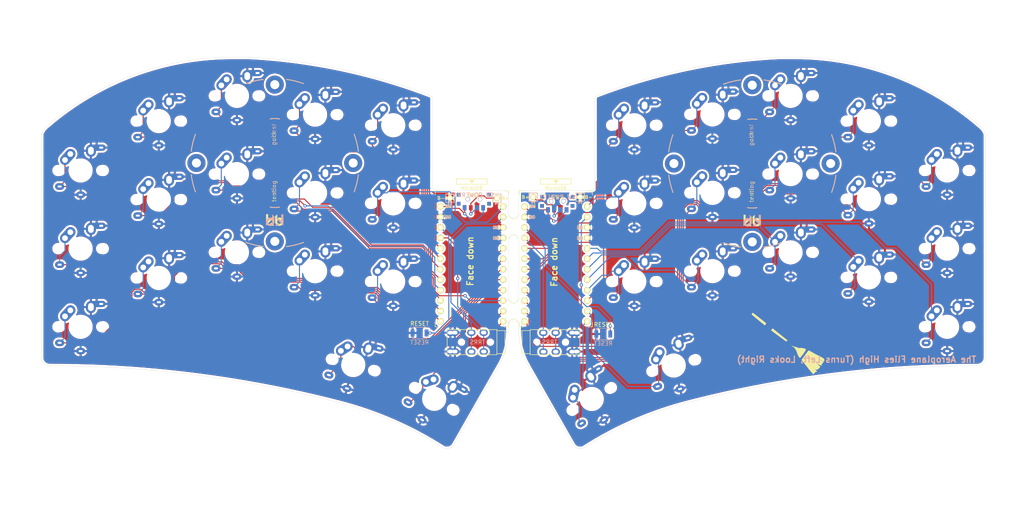
<source format=kicad_pcb>
(kicad_pcb (version 20211014) (generator pcbnew)
  (layers (0 "F.Cu" signal) (31 "B.Cu" signal) (34 "B.Paste" user) (35 "F.Paste" user) (36 "B.SilkS" user "B.Silkscreen") (37 "F.SilkS" user "F.Silkscreen") (38 "B.Mask" user) (39 "F.Mask" user) (44 "Edge.Cuts" user))
  (net 0 "")
  (net 1 "BT+")
  (net 2 "gnd")
  (net 3 "vcc")
  (net 4 "Switch18")
  (net 5 "reset")
  (net 6 "Switch1")
  (net 7 "Switch2")
  (net 8 "Switch3")
  (net 9 "Switch4")
  (net 10 "Switch5")
  (net 11 "Switch6")
  (net 12 "Switch7")
  (net 13 "Switch8")
  (net 14 "Switch9")
  (net 15 "Switch10")
  (net 16 "Switch11")
  (net 17 "Switch12")
  (net 18 "Switch13")
  (net 19 "Switch14")
  (net 20 "Switch15")
  (net 21 "Switch16")
  (net 22 "Switch17")
  (net 23 "Net-(SW_POWER1-Pad1)")
  (net 24 "raw")
  (net 25 "BT+_r")
  (net 26 "Switch18_r")
  (net 27 "reset_r")
  (net 28 "Switch9_r")
  (net 29 "Switch10_r")
  (net 30 "Switch11_r")
  (net 31 "Switch12_r")
  (net 32 "Switch13_r")
  (net 33 "Switch14_r")
  (net 34 "Switch15_r")
  (net 35 "Switch16_r")
  (net 36 "Switch17_r")
  (net 37 "Switch1_r")
  (net 38 "Switch2_r")
  (net 39 "Switch3_r")
  (net 40 "Switch4_r")
  (net 41 "Switch5_r")
  (net 42 "Switch6_r")
  (net 43 "Switch7_r")
  (net 44 "Switch8_r")
  (net 45 "Net-(SW_POWERR1-Pad1)")
  (footprint "kbd:1pin_conn" (layer "F.Cu") (at 146.190005 83.736002)
    (fp_text reference "B+")
    (fp_text value "MountingHole_Pad" hide)
  )
  (footprint "kbd:1pin_conn" (layer "F.Cu") (at 134.760005 83.736002)
    (fp_text reference "B-")
    (fp_text value "MountingHole_Pad" hide)
  )
  (footprint "* duckyb-collection:keyswitch_cherrymx_alps_choc12_slots_1u" (layer "F.Cu") (at 45 77)
    (fp_text reference "SW2" hide)
    (fp_text value "SW_Push" hide)
  )
  (footprint "* duckyb-collection:keyswitch_cherrymx_alps_choc12_slots_1u" (layer "F.Cu") (at 64 65)
    (fp_text reference "SW3" hide)
    (fp_text value "SW_Push" hide)
  )
  (footprint "* duckyb-collection:keyswitch_cherrymx_alps_choc12_slots_1u" (layer "F.Cu") (at 83 58.86)
    (fp_text reference "SW4" hide)
    (fp_text value "SW_Push" hide)
  )
  (footprint "* duckyb-collection:keyswitch_cherrymx_alps_choc12_slots_1u" (layer "F.Cu") (at 101.994 63.432)
    (fp_text reference "SW5" hide)
    (fp_text value "SW_Push" hide)
  )
  (footprint "* duckyb-collection:keyswitch_cherrymx_alps_choc12_slots_1u" (layer "F.Cu") (at 121 66)
    (fp_text reference "SW6" hide)
    (fp_text value "SW_Push" hide)
  )
  (footprint "* duckyb-collection:keyswitch_cherrymx_alps_choc12_slots_1u" (layer "F.Cu") (at 45 96)
    (fp_text reference "SW8" hide)
    (fp_text value "SW_Push" hide)
  )
  (footprint "* duckyb-collection:keyswitch_cherrymx_alps_choc12_slots_1u" (layer "F.Cu") (at 64 84.074)
    (fp_text reference "SW9" hide)
    (fp_text value "SW_Push" hide)
  )
  (footprint "* duckyb-collection:keyswitch_cherrymx_alps_choc12_slots_1u" (layer "F.Cu") (at 83 77.878)
    (fp_text reference "SW10" hide)
    (fp_text value "SW_Push" hide)
  )
  (footprint "* duckyb-collection:keyswitch_cherrymx_alps_choc12_slots_1u" (layer "F.Cu") (at 102 82.45)
    (fp_text reference "SW11" hide)
    (fp_text value "SW_Push" hide)
  )
  (footprint "* duckyb-collection:keyswitch_cherrymx_alps_choc12_slots_1u" (layer "F.Cu") (at 120.98 84.99)
    (fp_text reference "SW12" hide)
    (fp_text value "SW_Push" hide)
  )
  (footprint "* duckyb-collection:keyswitch_cherrymx_alps_choc12_slots_1u" (layer "F.Cu") (at 45 115)
    (fp_text reference "SW14" hide)
    (fp_text value "SW_Push" hide)
  )
  (footprint "* duckyb-collection:keyswitch_cherrymx_alps_choc12_slots_1u" (layer "F.Cu") (at 64.008 103.124)
    (fp_text reference "SW15" hide)
    (fp_text value "SW_Push" hide)
  )
  (footprint "* duckyb-collection:keyswitch_cherrymx_alps_choc12_slots_1u" (layer "F.Cu") (at 83 96.896)
    (fp_text reference "SW16" hide)
    (fp_text value "SW_Push" hide)
  )
  (footprint "* duckyb-collection:keyswitch_cherrymx_alps_choc12_slots_1u" (layer "F.Cu") (at 102 101.468)
    (fp_text reference "SW17" hide)
    (fp_text value "SW_Push" hide)
  )
  (footprint "* duckyb-collection:keyswitch_cherrymx_alps_choc12_slots_1u" (layer "F.Cu") (at 130.95 132.504 -30)
    (fp_text reference "SW20" hide)
    (fp_text value "SW_Push" hide)
  )
  (footprint "* duckyb-collection:keyswitch_cherrymx_alps_choc12_slots_1u" (layer "F.Cu") (at 111.272 124.288 -15)
    (fp_text reference "SW21" hide)
    (fp_text value "SW_Push" hide)
  )
  (footprint "kbd:Tenting_Puck2" (layer "F.Cu") (at 92.202 75.184)
    (fp_text reference "REF**")
    (fp_text value "Tenting Puck")
  )
  (footprint "Kailh:SPDT_C128955r" (layer "F.Cu") (at 140.602 83.99)
    (fp_text reference "SW2")
    (fp_text value "SW_SPDT")
  )
  (footprint "kbd:SW_SPST_B3U-1000P" (layer "F.Cu") (at 127.394 116.502)
    (fp_text reference "RSW1" hide)
    (fp_text value "SW_Push")
  )
  (footprint "* duckyb-collection:keyswitch_cherrymx_alps_choc12_slots_1u" (layer "F.Cu") (at 120.98 104.008)
    (fp_text reference "SW18" hide)
    (fp_text value "SW_Push" hide)
  )
  (footprint "kbd:ProMicro_v3_min" (layer "F.Cu") (at 140.094 100.246)
    (fp_text reference "U1" hide)
    (fp_text value "ProMicro-kbd" hide)
  )
  (footprint "kbd:1pin_conn" (layer "F.Cu") (at 166.45984 83.482002)
    (fp_text reference "B-")
    (fp_text value "MountingHole_Pad" hide)
  )
  (footprint "kbd:SW_SPST_B3U-1000P" (layer "F.Cu") (at 172.04784 116.756)
    (fp_text reference "RSW2" hide)
    (fp_text value "SW_Push")
  )
  (footprint "kbd:1pin_conn" (layer "F.Cu") (at 155.02984 83.482002)
    (fp_text reference "B+")
    (fp_text value "MountingHole_Pad" hide)
  )
  (footprint "kbd:Tenting_Puck2" (layer "F.Cu") (at 208.26984 75.311)
    (fp_text reference "REF**")
    (fp_text value "Tenting Puck")
  )
  (footprint "Kailh:ferris_broom" (layer "F.Cu") (at 215.84984 118.872 7)
    (fp_text reference "G***" hide)
    (fp_text value "LOGO" hide)
  )
  (footprint "Kailh:SPDT_C128955r" (layer "F.Cu") (at 160.87184 84.498)
    (fp_text reference "SW2")
    (fp_text value "SW_SPDT")
  )
  (footprint "Kailh:TRRS-PJ-DPB2" (layer "F.Cu") (at 154.26784 118.734 90)
    (fp_text reference "J1")
    (fp_text value "AudioJack4dpb" hide)
  )
  (footprint "* duckyb-collection:keyswitch_cherrymx_alps_choc12_slots_1u" (layer "F.Cu") (at 198.58584 82.418)
    (fp_text reference "SW11_r1" hide)
    (fp_text value "SW_Push" hide)
  )
  (footprint "* duckyb-collection:keyswitch_cherrymx_alps_choc12_slots_1u" (layer "F.Cu") (at 255.63184 115)
    (fp_text reference "SW13_r1" hide)
    (fp_text value "SW_Push" hide)
  )
  (footprint "* duckyb-collection:keyswitch_cherrymx_alps_choc12_slots_1u" (layer "F.Cu") (at 217.58784 96.896)
    (fp_text reference "SW15_r1" hide)
    (fp_text value "SW_Push" hide)
  )
  (footprint "* duckyb-collection:keyswitch_cherrymx_alps_choc12_slots_1u" (layer "F.Cu") (at 198.58584 101.468)
    (fp_text reference "SW16_r1" hide)
    (fp_text value "SW_Push" hide)
  )
  (footprint "* duckyb-collection:keyswitch_cherrymx_alps_choc12_slots_1u" (layer "F.Cu") (at 198.58584 63.368)
    (fp_text reference "SW5_r1" hide)
    (fp_text value "SW_Push" hide)
  )
  (footprint "* duckyb-collection:keyswitch_cherrymx_alps_choc12_slots_1u" (layer "F.Cu") (at 236.61384 65)
    (fp_text reference "SW3_r1" hide)
    (fp_text value "SW_Push" hide)
  )
  (footprint "* duckyb-collection:keyswitch_cherrymx_alps_choc12_slots_1u" (layer "F.Cu") (at 217.58784 58.86)
    (fp_text reference "SW4_r1" hide)
    (fp_text value "SW_Push" hide)
  )
  (footprint "* duckyb-collection:keyswitch_cherrymx_alps_choc12_slots_1u" (layer "F.Cu") (at 236.61384 83.974)
    (fp_text reference "SW8_r1" hide)
    (fp_text value "SW_Push" hide)
  )
  (footprint "* duckyb-collection:keyswitch_cherrymx_alps_choc12_slots_1u" (layer "F.Cu") (at 217.58784 77.878)
    (fp_text reference "SW9_r1" hide)
    (fp_text value "SW_Push" hide)
  )
  (footprint "* duckyb-collection:keyswitch_cherrymx_alps_choc12_slots_1u" (layer "F.Cu") (at 236.61384 102.992)
    (fp_text reference "SW18_r1" hide)
    (fp_text value "SW_Push" hide)
  )
  (footprint "* duckyb-collection:keyswitch_cherrymx_alps_choc12_slots_1u" (layer "F.Cu") (at 179.58584 84.99)
    (fp_text reference "SW12_r1" hide)
    (fp_text value "SW_Push" hide)
  )
  (footprint "* duckyb-collection:keyswitch_cherrymx_alps_choc12_slots_1u" (layer "F.Cu") (at 255.63184 96)
    (fp_text reference "SW7_r1" hide)
    (fp_text value "SW_Push" hide)
  )
  (footprint "* duckyb-collection:keyswitch_cherrymx_alps_choc12_slots_1u" (layer "F.Cu") (at 255.63184 77)
    (fp_text reference "SW2_r1" hide)
    (fp_text value "SW_Push" hide)
  )
  (footprint "* duckyb-collection:keyswitch_cherrymx_alps_choc12_slots_1u" (layer "F.Cu") (at 179.58584 66)
    (fp_text reference "SW6_r1" hide)
    (fp_text value "SW_Push" hide)
  )
  (footprint "* duckyb-collection:keyswitch_cherrymx_alps_choc12_slots_1u" (layer "F.Cu") (at 169.251 132.542 30)
    (fp_text reference "SW20_r1" hide)
    (fp_text value "SW_Push" hide)
  )
  (footprint "* duckyb-collection:keyswitch_cherrymx_alps_choc12_slots_1u" (layer "F.Cu") (at 179.58584 104.008)
    (fp_text reference "SW17_r1" hide)
    (fp_text value "SW_Push" hide)
  )
  (footprint "* duckyb-collection:keyswitch_cherrymx_alps_choc12_slots_1u" (layer "F.Cu") (at 189.17984 124.41 15)
    (fp_text reference "SW21_r1" hide)
    (fp_text value "SW_Push" hide)
  )
  (footprint "kbd:ProMicro_v3_min" (layer "F.Cu") (at 160.51784 100.246)
    (fp_text reference "U2" hide)
    (fp_text value "ProMicro-kbd" hide)
  )
  (footprint "Duckyb-Parts:mouse-bite-5mm-slot-with-space-for-track" (layer "F.Cu") (at 150.241 90.678)
    (fp_text reference "mouse-bite-5mm-slot" hide)
    (fp_text value "VAL**" hide)
  )
  (footprint "Duckyb-Parts:mouse-bite-5mm-slot-with-space-for-track" (layer "F.Cu") (at 150.241 111.1885)
    (fp_text reference "mouse-bite-5mm-slot" hide)
    (fp_text value "VAL**" hide)
  )
  (footprint "Kailh:TRRS-PJ-DPB2" (layer "F.Cu") (at 146.19 118.734 -90)
    (fp_text reference "J2")
    (fp_text value "AudioJack4dpb" hide)
  )
  (footprint "Kailh:SPDT_C128955" (layer "B.Cu") (at 140.602 83.99 180)
    (fp_text reference "SW_POWERR1")
    (fp_text value "SW_SPDT")
  )
  (footprint "kbd:SW_SPST_B3U-1000P" (layer "B.Cu") (at 127.394 116.502)
    (fp_text reference "RSW1" hide)
    (fp_text value "SW_Push")
  )
  (footprint "Kailh:SPDT_C128955" (layer "B.Cu") (at 160.87184 84.498 180)
    (fp_text reference "SW_POWER1")
    (fp_text value "SW_SPDT")
  )
  (footprint "kbd:SW_SPST_B3U-1000P" (layer "B.Cu") (at 172.04784 116.756)
    (fp_text reference "RSW2" hide)
    (fp_text value "SW_Push")
  )
  (gr_arc (start 148.162 81.866) (mid 148.69233 82.08567) (end 148.912 82.616) (layer "Edge.Cuts") (width 0.05))
  (gr_line (start 148.912 93.218) (end 148.912 101.262) (layer "Edge.Cuts") (width 0.05))
  (gr_line (start 131.458 81.868917) (end 148.162 81.866) (layer "Edge.Cuts") (width 0.05))
  (gr_line (start 147.161679 123.613657) (end 135.71 143.699265) (layer "Edge.Cuts") (width 0.05))
  (gr_arc (start 148.924 116.248) (mid 148.462831 120.031316) (end 147.161679 123.613657) (layer "Edge.Cuts") (width 0.05))
  (gr_line (start 148.912 82.616) (end 148.924 88.11) (layer "Edge.Cuts") (width 0.05))
  (gr_line (start 149.2885 88.11) (end 148.924 88.11) (layer "Edge.Cuts") (width 0.05))
  (gr_line (start 149.2885 93.218) (end 148.912 93.218) (layer "Edge.Cuts") (width 0.05))
  (gr_line (start 149.2885 108.628) (end 148.924 108.628) (layer "Edge.Cuts") (width 0.05))
  (gr_line (start 149.2885 113.7285) (end 148.912 113.7285) (layer "Edge.Cuts") (width 0.05))
  (gr_line (start 148.912 101.262) (end 148.924 108.628) (layer "Edge.Cuts") (width 0.05))
  (gr_line (start 148.912 113.7285) (end 148.924 116.248) (layer "Edge.Cuts") (width 0.05))
  (gr_arc (start 131.458 81.868917) (mid 130.750893 81.576024) (end 130.458 80.868917) (layer "Edge.Cuts") (width 0.05))
  (gr_line (start 130.458 80.868917) (end 130.463 59.473) (layer "Edge.Cuts") (width 0.05))
  (gr_arc (start 35.465859 68.23732) (mid 36.022742 67.119147) (end 36.893 66.223) (layer "Edge.Cuts") (width 0.05))
  (gr_arc (start 85.843227 49.463504) (mid 108.303644 52.385453) (end 130.028245 58.79247) (layer "Edge.Cuts") (width 0.05))
  (gr_line (start 37.768 124.474571) (end 37.493002 124.473917) (layer "Edge.Cuts") (width 0.05))
  (gr_arc (start 107.797707 133.384137) (mid 120.821222 137.841207) (end 132.978 144.298) (layer "Edge.Cuts") (width 0.05))
  (gr_arc (start 37.768 124.474571) (mid 73.062876 126.72836) (end 107.797707 133.384137) (layer "Edge.Cuts") (width 0.05))
  (gr_arc (start 37.493002 124.473917) (mid 36.080534 123.924716) (end 35.458001 122.542999) (layer "Edge.Cuts") (width 0.05))
  (gr_arc (start 135.71 143.699265) (mid 134.468995 144.56898) (end 132.978 144.298) (layer "Edge.Cuts") (width 0.05))
  (gr_arc (start 130.028245 58.79247) (mid 130.345034 59.069226) (end 130.463 59.473) (layer "Edge.Cuts") (width 0.05))
  (gr_line (start 35.465859 68.23732) (end 35.458001 122.542999) (layer "Edge.Cuts") (width 0.05))
  (gr_line (start 85.843227 49.463504) (end 81.868 49.468) (layer "Edge.Cuts") (width 0.05))
  (gr_arc (start 36.893 66.223) (mid 57.870705 53.792798) (end 81.868 49.468) (layer "Edge.Cuts") (width 0.05))
  (gr_line (start 168.99984 81.868917) (end 152.29584 81.866) (layer "Edge.Cuts") (width 0.05))
  (gr_line (start 151.54584 113.7285) (end 151.53384 116.248) (layer "Edge.Cuts") (width 0.05))
  (gr_line (start 153.280536 123.57215) (end 164.74784 143.699265) (layer "Edge.Cuts") (width 0.05))
  (gr_line (start 264.991981 68.23732) (end 264.999839 122.542999) (layer "Edge.Cuts") (width 0.05))
  (gr_line (start 214.614716 49.465561) (end 218.58984 49.468) (layer "Edge.Cuts") (width 0.05))
  (gr_line (start 151.54584 101.262) (end 151.53384 108.628) (layer "Edge.Cuts") (width 0.05))
  (gr_arc (start 151.54584 82.616) (mid 151.76551 82.08567) (end 152.29584 81.866) (layer "Edge.Cuts") (width 0.05))
  (gr_line (start 151.54584 93.218) (end 151.54584 101.262) (layer "Edge.Cuts") (width 0.05))
  (gr_arc (start 167.47984 144.298) (mid 179.636498 137.840747) (end 192.659669 133.38233) (layer "Edge.Cuts") (width 0.05))
  (gr_arc (start 218.58984 49.468) (mid 242.587135 53.792799) (end 263.56484 66.223) (layer "Edge.Cuts") (width 0.05))
  (gr_arc (start 192.659669 133.38233) (mid 227.394847 126.727903) (end 262.68984 124.474571) (layer "Edge.Cuts") (width 0.05))
  (gr_arc (start 167.47984 144.298) (mid 165.988845 144.56898) (end 164.74784 143.699265) (layer "Edge.Cuts") (width 0.05))
  (gr_arc (start 153.280536 123.57215) (mid 151.990927 120.009347) (end 151.53384 116.248) (layer "Edge.Cuts") (width 0.05))
  (gr_line (start 151.54584 82.616) (end 151.53384 88.11) (layer "Edge.Cuts") (width 0.05))
  (gr_arc (start 169.99984 80.868917) (mid 169.706947 81.576024) (end 168.99984 81.868917) (layer "Edge.Cuts") (width 0.05))
  (gr_line (start 169.99984 80.868917) (end 169.99484 59.473) (layer "Edge.Cuts") (width 0.05))
  (gr_arc (start 263.56484 66.223) (mid 264.435098 67.119147) (end 264.991981 68.23732) (layer "Edge.Cuts") (width 0.05))
  (gr_arc (start 170.429595 58.79247) (mid 192.154223 52.385977) (end 214.614716 49.465561) (layer "Edge.Cuts") (width 0.05))
  (gr_line (start 262.68984 124.474571) (end 262.964838 124.473917) (layer "Edge.Cuts") (width 0.05))
  (gr_arc (start 264.999839 122.542999) (mid 264.377307 123.924717) (end 262.964838 124.473917) (layer "Edge.Cuts") (width 0.05))
  (gr_arc (start 169.99484 59.473) (mid 170.112806 59.069226) (end 170.429595 58.79247) (layer "Edge.Cuts") (width 0.05))
  (gr_line (start 151.53384 88.11) (end 151.1935 88.11) (layer "Edge.Cuts") (width 0.05))
  (gr_line (start 151.54584 93.218) (end 151.1935 93.218) (layer "Edge.Cuts") (width 0.05))
  (gr_arc (start 149.288501 113.7285) (mid 150.241 113.083627) (end 151.193499 113.728501) (layer "Edge.Cuts") (width 0.05))
  (gr_line (start 151.53384 108.628) (end 151.1935 108.628) (layer "Edge.Cuts") (width 0.05))
  (gr_arc (start 149.288501 93.218) (mid 150.241 92.573127) (end 151.193499 93.218001) (layer "Edge.Cuts") (width 0.05))
  (gr_line (start 151.54584 113.7285) (end 151.1935 113.7285) (layer "Edge.Cuts") (width 0.05))
  (gr_arc (start 151.193499 108.628) (mid 150.241 109.285937) (end 149.288501 108.627999) (layer "Edge.Cuts") (width 0.05))
  (gr_arc (start 151.193499 88.11) (mid 150.241 88.772807) (end 149.288501 88.109999) (layer "Edge.Cuts") (width 0.05))
  (gr_text "The Aeroplane Flies High (Turns Left, Looks Right)" (at 233.62984 122.936) (layer "B.SilkS") (effects (font (size 1.5 1.5) (thickness 0.3)) (justify mirror)))
  (gr_text "Face down" (at 160.10984 99.23 90) (layer "F.SilkS") (effects (font (size 1.5 1.5) (thickness 0.3))))
  (gr_text "Face down" (at 139.7 99.06 90) (layer "F.SilkS") (effects (font (size 1.5 1.5) (thickness 0.3))))
  (segment (start 158.381843 85.323001) (end 157.231843 84.173001) (width 0.25) (layer "F.Cu") (net 1))
  (segment (start 157.231843 84.173001) (end 155.720841 84.173001) (width 0.25) (layer "F.Cu") (net 1))
  (segment (start 155.720841 84.173001) (end 155.02984 83.482) (width 0.25) (layer "F.Cu") (net 1))
  (segment (start 160.10984 86.585) (end 160.12184 86.573) (width 0.25) (layer "F.Cu") (net 1))
  (segment (start 160.12184 85.698) (end 159.746841 85.323001) (width 0.25) (layer "F.Cu") (net 1))
  (segment (start 159.746841 85.323001) (end 158.381843 85.323001) (width 0.25) (layer "F.Cu") (net 1))
  (segment (start 160.10984 88.054) (end 160.10984 86.585) (width 0.25) (layer "F.Cu") (net 1))
  (segment (start 160.12184 86.573) (end 160.12184 85.698) (width 0.25) (layer "F.Cu") (net 1))
  (via (at 160.10984 88.054) (size 0.8) (drill 0.4) (layers "F.Cu" "B.Cu") (net 1))
  (segment (start 160.14084 88.054) (end 161.62184 86.573) (width 0.25) (layer "B.Cu") (net 1))
  (segment (start 160.10984 88.054) (end 160.14084 88.054) (width 0.25) (layer "B.Cu") (net 1))
  (segment (start 133.236 88.308) (end 132.4854 88.308) (width 0.25) (layer "B.Cu") (net 2))
  (segment (start 134.76 83.736) (end 134.76 86.784) (width 0.25) (layer "B.Cu") (net 2))
  (segment (start 134.76 86.784) (end 133.236 88.308) (width 0.25) (layer "B.Cu") (net 2))
  (segment (start 157.46784 121.044) (end 157.48784 121.064) (width 0.25) (layer "F.Cu") (net 3))
  (segment (start 132.4854 93.388) (end 134.282 93.388) (width 0.25) (layer "F.Cu") (net 3))
  (segment (start 136.652 95.758) (end 136.652 103.251) (width 0.25) (layer "F.Cu") (net 3))
  (segment (start 134.282 93.388) (end 136.652 95.758) (width 0.25) (layer "F.Cu") (net 3))
  (via (at 136.652 103.251) (size 0.8) (drill 0.4) (layers "F.Cu" "B.Cu") (net 3))
  (segment (start 157.46784 121.044) (end 157.48784 121.064) (width 0.25) (layer "B.Cu") (net 3))
  (segment (start 157.46784 116.434) (end 157.46784 121.044) (width 0.25) (layer "B.Cu") (net 3))
  (segment (start 152.90924 93.388) (end 157.46784 97.9466) (width 0.25) (layer "B.Cu") (net 3))
  (segment (start 157.46784 97.9466) (end 157.46784 116.434) (width 0.25) (layer "B.Cu") (net 3))
  (segment (start 136.652 110.086) (end 142.97 116.404) (width 0.25) (layer "B.Cu") (net 3))
  (segment (start 142.97 116.404) (end 142.97 121.014) (width 0.25) (layer "B.Cu") (net 3))
  (segment (start 142.97 121.014) (end 142.99 121.034) (width 0.25) (layer "B.Cu") (net 3))
  (segment (start 136.652 103.251) (end 136.652 110.086) (width 0.25) (layer "B.Cu") (net 3))
  (segment (start 135.014 109.083718) (end 135.014 93.642) (width 0.25) (layer "B.Cu") (net 4))
  (segment (start 139.97 121.014) (end 139.99 121.034) (width 0.25) (layer "B.Cu") (net 4))
  (segment (start 139.97 114.039718) (end 135.014 109.083718) (width 0.25) (layer "B.Cu") (net 4))
  (segment (start 146.02888 89.98452) (end 147.7054 88.308) (width 0.25) (layer "B.Cu") (net 4))
  (segment (start 139.97 116.404) (end 139.97 114.039718) (width 0.25) (layer "B.Cu") (net 4))
  (segment (start 139.97 116.404) (end 139.97 121.014) (width 0.25) (layer "B.Cu") (net 4))
  (segment (start 138.67148 89.98452) (end 146.02888 89.98452) (width 0.25) (layer "B.Cu") (net 4))
  (segment (start 135.014 93.642) (end 138.67148 89.98452) (width 0.25) (layer "B.Cu") (net 4))
  (segment (start 129.094 116.502) (end 129.934 116.502) (width 0.25) (layer "F.Cu") (net 5))
  (via (at 129.934 116.502) (size 0.8) (drill 0.4) (layers "F.Cu" "B.Cu") (net 5))
  (segment (start 129.934 116.502) (end 129.094 116.502) (width 0.25) (layer "B.Cu") (net 5))
  (segment (start 134.493 113.309162) (end 131.300162 116.502) (width 0.25) (layer "B.Cu") (net 5))
  (segment (start 131.300162 116.502) (end 129.934 116.502) (width 0.25) (layer "B.Cu") (net 5))
  (segment (start 134.493 92.8556) (end 134.493 113.309162) (width 0.25) (layer "B.Cu") (net 5))
  (segment (start 132.4854 90.848) (end 134.493 92.8556) (width 0.25) (layer "B.Cu") (net 5))
  (segment (start 125.238397 75.968037) (end 118.372399 75.968037) (width 0.25) (layer "F.Cu") (net 6))
  (segment (start 127.978962 83.349038) (end 127.978962 78.708602) (width 0.25) (layer "F.Cu") (net 6))
  (segment (start 127.978962 78.708602) (end 125.238397 75.968037) (width 0.25) (layer "F.Cu") (net 6))
  (segment (start 116.144388 73.740028) (end 114.7568 73.740028) (width 0.25) (layer "F.Cu") (net 6))
  (segment (start 131.167319 106.378681) (end 131.167319 102.866329) (width 0.25) (layer "F.Cu") (net 6))
  (segment (start 113.486798 72.470028) (end 98.868206 72.470028) (width 0.25) (layer "F.Cu") (net 6))
  (segment (start 41.2 79.6) (end 39.9 80.9) (width 0.25) (layer "F.Cu") (net 6))
  (segment (start 41.2 74.45) (end 41.2 79.6) (width 0.25) (layer "F.Cu") (net 6))
  (segment (start 131.167319 102.866329) (end 129.598359 101.297369) (width 0.25) (layer "F.Cu") (net 6))
  (segment (start 96.894196 70.49602) (end 66.91798 70.49602) (width 0.25) (layer "F.Cu") (net 6))
  (segment (start 56.514 80.9) (end 39.9 80.9) (width 0.25) (layer "F.Cu") (net 6))
  (segment (start 129.598359 85.055589) (end 127.978964 83.436194) (width 0.25) (layer "F.Cu") (net 6))
  (segment (start 129.598359 101.297369) (end 129.598359 85.055589) (width 0.25) (layer "F.Cu") (net 6))
  (segment (start 127.978964 83.436194) (end 127.978962 83.349038) (width 0.25) (layer "F.Cu") (net 6))
  (segment (start 131.167319 106.378681) (end 132.230638 107.442) (width 0.25) (layer "F.Cu") (net 6))
  (segment (start 114.7568 73.740028) (end 113.486798 72.470028) (width 0.25) (layer "F.Cu") (net 6))
  (segment (start 66.91798 70.49602) (end 56.514 80.9) (width 0.25) (layer "F.Cu") (net 6))
  (segment (start 118.372399 75.968037) (end 116.144388 73.740028) (width 0.25) (layer "F.Cu") (net 6))
  (segment (start 132.230638 107.442) (end 138.43 107.442) (width 0.25) (layer "F.Cu") (net 6))
  (segment (start 98.868206 72.470028) (end 96.894196 70.49602) (width 0.25) (layer "F.Cu") (net 6))
  (via (at 138.43 107.442) (size 0.8) (drill 0.4) (layers "F.Cu" "B.Cu") (net 6))
  (segment (start 139.616 108.628) (end 147.7054 108.628) (width 0.25) (layer "B.Cu") (net 6))
  (segment (start 138.43 107.442) (end 139.616 108.628) (width 0.25) (layer "B.Cu") (net 6))
  (segment (start 69.53801 70.04601) (end 97.080596 70.04601) (width 0.25) (layer "F.Cu") (net 7))
  (segment (start 68.392 68.9) (end 69.53801 70.04601) (width 0.25) (layer "F.Cu") (net 7))
  (segment (start 60.2 67.6) (end 58.9 68.9) (width 0.25) (layer "F.Cu") (net 7))
  (segment (start 125.424799 75.518029) (end 128.428972 78.522202) (width 0.25) (layer "F.Cu") (net 7))
  (segment (start 97.080596 70.04601) (end 99.054605 72.020019) (width 0.25) (layer "F.Cu") (net 7))
  (segment (start 128.428972 78.522202) (end 128.428972 80.676972) (width 0.25) (layer "F.Cu") (net 7))
  (segment (start 128.428973 83.249793) (end 130.048369 84.869189) (width 0.25) (layer "F.Cu") (net 7))
  (segment (start 130.048369 84.869189) (end 130.048369 101.110969) (width 0.25) (layer "F.Cu") (net 7))
  (segment (start 130.048369 101.110969) (end 132.4854 103.548) (width 0.25) (layer "F.Cu") (net 7))
  (segment (start 116.33079 73.29002) (end 118.558798 75.518028) (width 0.25) (layer "F.Cu") (net 7))
  (segment (start 99.054605 72.020019) (end 113.6732 72.02002) (width 0.25) (layer "F.Cu") (net 7))
  (segment (start 113.6732 72.02002) (end 114.943199 73.290019) (width 0.25) (layer "F.Cu") (net 7))
  (segment (start 128.428973 80.676973) (end 128.428973 83.249793) (width 0.25) (layer "F.Cu") (net 7))
  (segment (start 60.2 62.45) (end 60.2 67.6) (width 0.25) (layer "F.Cu") (net 7))
  (segment (start 114.943199 73.290019) (end 116.33079 73.29002) (width 0.25) (layer "F.Cu") (net 7))
  (segment (start 58.9 68.9) (end 68.392 68.9) (width 0.25) (layer "F.Cu") (net 7))
  (segment (start 118.558798 75.518028) (end 125.424799 75.518029) (width 0.25) (layer "F.Cu") (net 7))
  (segment (start 128.878982 78.335802) (end 128.878982 83.063392) (width 0.25) (layer "F.Cu") (net 8))
  (segment (start 99.241006 71.57001) (end 113.8596 71.57001) (width 0.25) (layer "F.Cu") (net 8))
  (segment (start 125.6112 75.06802) (end 128.878982 78.335802) (width 0.25) (layer "F.Cu") (net 8))
  (segment (start 79.2 56.31) (end 79.2 61.46) (width 0.25) (layer "F.Cu") (net 8))
  (segment (start 77.9 62.76) (end 84.736 69.596) (width 0.25) (layer "F.Cu") (net 8))
  (segment (start 118.745199 75.068019) (end 125.6112 75.06802) (width 0.25) (layer "F.Cu") (net 8))
  (segment (start 128.878982 83.063392) (end 130.498379 84.682789) (width 0.25) (layer "F.Cu") (net 8))
  (segment (start 79.2 61.46) (end 77.9 62.76) (width 0.25) (layer "F.Cu") (net 8))
  (segment (start 97.266996 69.596) (end 99.241006 71.57001) (width 0.25) (layer "F.Cu") (net 8))
  (segment (start 116.51719 72.84001) (end 118.745199 75.068019) (width 0.25) (layer "F.Cu") (net 8))
  (segment (start 84.736 69.596) (end 97.266996 69.596) (width 0.25) (layer "F.Cu") (net 8))
  (segment (start 113.8596 71.57001) (end 115.1296 72.84001) (width 0.25) (layer "F.Cu") (net 8))
  (segment (start 130.498379 84.682789) (end 130.498379 99.020979) (width 0.25) (layer "F.Cu") (net 8))
  (segment (start 130.498379 99.020979) (end 132.4854 101.008) (width 0.25) (layer "F.Cu") (net 8))
  (segment (start 115.1296 72.84001) (end 116.51719 72.84001) (width 0.25) (layer "F.Cu") (net 8))
  (segment (start 129.328991 79.713009) (end 129.328991 82.876991) (width 0.25) (layer "F.Cu") (net 9))
  (segment (start 116.70359 72.39) (end 118.9316 74.61801) (width 0.25) (layer "F.Cu") (net 9))
  (segment (start 129.328991 82.876991) (end 130.948389 84.496389) (width 0.25) (layer "F.Cu") (net 9))
  (segment (start 130.948389 96.930989) (end 132.4854 98.468) (width 0.25) (layer "F.Cu") (net 9))
  (segment (start 98.194 60.882) (end 98.194 66.032) (width 0.25) (layer "F.Cu") (net 9))
  (segment (start 115.316 72.39) (end 116.70359 72.39) (width 0.25) (layer "F.Cu") (net 9))
  (segment (start 114.046 71.12) (end 115.316 72.39) (width 0.25) (layer "F.Cu") (net 9))
  (segment (start 129.328991 78.149401) (end 129.328991 79.713009) (width 0.25) (layer "F.Cu") (net 9))
  (segment (start 118.9316 74.61801) (end 125.7976 74.61801) (width 0.25) (layer "F.Cu") (net 9))
  (segment (start 98.194 66.032) (end 96.894 67.332) (width 0.25) (layer "F.Cu") (net 9))
  (segment (start 100.682 71.12) (end 114.046 71.12) (width 0.25) (layer "F.Cu") (net 9))
  (segment (start 96.894 67.332) (end 100.682 71.12) (width 0.25) (layer "F.Cu") (net 9))
  (segment (start 130.948389 84.496389) (end 130.948389 96.930989) (width 0.25) (layer "F.Cu") (net 9))
  (segment (start 125.7976 74.61801) (end 129.328991 78.149401) (width 0.25) (layer "F.Cu") (net 9))
  (segment (start 129.794 77.978) (end 129.794 82.58) (width 0.25) (layer "F.Cu") (net 10))
  (segment (start 117.2 63.45) (end 117.2 68.6) (width 0.25) (layer "F.Cu") (net 10))
  (segment (start 115.9 70.95) (end 119.118 74.168) (width 0.25) (layer "F.Cu") (net 10))
  (segment (start 115.9 69.9) (end 115.9 70.95) (width 0.25) (layer "F.Cu") (net 10))
  (segment (start 129.794 82.58) (end 131.398399 84.184399) (width 0.25) (layer "F.Cu") (net 10))
  (segment (start 131.398399 84.184399) (end 131.398399 94.840999) (width 0.25) (layer "F.Cu") (net 10))
  (segment (start 131.398399 94.840999) (end 132.4854 95.928) (width 0.25) (layer "F.Cu") (net 10))
  (segment (start 119.118 74.168) (end 125.984 74.168) (width 0.25) (layer "F.Cu") (net 10))
  (segment (start 125.984 74.168) (end 129.794 77.978) (width 0.25) (layer "F.Cu") (net 10))
  (segment (start 117.2 68.6) (end 115.9 69.9) (width 0.25) (layer "F.Cu") (net 10))
  (segment (start 64.393892 88.42352) (end 67.691 85.126412) (width 0.25) (layer "F.Cu") (net 11))
  (segment (start 70.2904 79.95201) (end 80.330598 79.95201) (width 0.25) (layer "F.Cu") (net 11))
  (segment (start 80.330598 79.95201) (end 81.658588 81.28) (width 0.25) (layer "F.Cu") (net 11))
  (segment (start 61.18248 88.42352) (end 64.393892 88.42352) (width 0.25) (layer "F.Cu") (net 11))
  (segment (start 98.36652 84.39652) (end 99.568 85.598) (width 0.25) (layer "F.Cu") (net 11))
  (segment (start 90.932 81.28) (end 94.04852 84.39652) (width 0.25) (layer "F.Cu") (net 11))
  (segment (start 39.9 99.9) (end 49.706 99.9) (width 0.25) (layer "F.Cu") (net 11))
  (segment (start 81.658588 81.28) (end 90.932 81.28) (width 0.25) (layer "F.Cu") (net 11))
  (segment (start 49.706 99.9) (end 61.18248 88.42352) (width 0.25) (layer "F.Cu") (net 11))
  (segment (start 67.691 82.55141) (end 70.2904 79.95201) (width 0.25) (layer "F.Cu") (net 11))
  (segment (start 67.691 85.126412) (end 67.691 82.55141) (width 0.25) (layer "F.Cu") (net 11))
  (segment (start 94.04852 84.39652) (end 98.36652 84.39652) (width 0.25) (layer "F.Cu") (net 11))
  (via (at 99.568 85.598) (size 0.8) (drill 0.4) (layers "F.Cu" "B.Cu") (net 11))
  (segment (start 39.9 97.759002) (end 39.9 99.9) (width 0.25) (layer "B.Cu") (net 11))
  (segment (start 131.0827 98.0927) (end 131.0827 104.6853) (width 0.25) (layer "B.Cu") (net 11))
  (segment (start 128.41 95.42) (end 131.0827 98.0927) (width 0.25) (layer "B.Cu") (net 11))
  (segment (start 99.568 85.598) (end 105.126 85.598) (width 0.25) (layer "B.Cu") (net 11))
  (segment (start 105.126 85.598) (end 114.948 95.42) (width 0.25) (layer "B.Cu") (net 11))
  (segment (start 41.2 96.459002) (end 39.9 97.759002) (width 0.25) (layer "B.Cu") (net 11))
  (segment (start 41.2 93.45) (end 41.2 96.459002) (width 0.25) (layer "B.Cu") (net 11))
  (segment (start 131.0827 104.6853) (end 132.4854 106.088) (width 0.25) (layer "B.Cu") (net 11))
  (segment (start 114.948 95.42) (end 128.41 95.42) (width 0.25) (layer "B.Cu") (net 11))
  (segment (start 58.9 87.974) (end 64.207002 87.974) (width 0.25) (layer "F.Cu") (net 12))
  (segment (start 130.696 103.03142) (end 130.696 103.294) (width 0.25) (layer "F.Cu") (net 12))
  (segment (start 128.26039 95.11198) (end 129.148348 95.999938) (width 0.25) (layer "F.Cu") (net 12))
  (segment (start 80.516998 79.502) (end 81.786998 80.772) (width 0.25) (layer "F.Cu") (net 12))
  (segment (start 64.207002 87.974) (end 67.24148 84.939522) (width 0.25) (layer "F.Cu") (net 12))
  (segment (start 129.148348 95.999938) (end 129.148349 96.158349) (width 0.25) (layer "F.Cu") (net 12))
  (segment (start 106.5448 85.96798) (end 115.6888 95.11198) (width 0.25) (layer "F.Cu") (net 12))
  (segment (start 70.104 79.502) (end 80.516998 79.502) (width 0.25) (layer "F.Cu") (net 12))
  (segment (start 129.156929 101.492349) (end 130.696 103.03142) (width 0.25) (layer "F.Cu") (net 12))
  (segment (start 130.717309 106.565081) (end 132.4854 108.333172) (width 0.25) (layer "F.Cu") (net 12))
  (segment (start 99.389998 83.947) (end 101.410978 85.96798) (width 0.25) (layer "F.Cu") (net 12))
  (segment (start 130.696 103.294) (end 130.717309 103.315309) (width 0.25) (layer "F.Cu") (net 12))
  (segment (start 115.6888 95.11198) (end 128.26039 95.11198) (width 0.25) (layer "F.Cu") (net 12))
  (segment (start 129.148349 96.158349) (end 129.148349 101.492349) (width 0.25) (layer "F.Cu") (net 12))
  (segment (start 81.786998 80.772) (end 91.06041 80.772) (width 0.25) (layer "F.Cu") (net 12))
  (segment (start 94.23541 83.947) (end 99.389998 83.947) (width 0.25) (layer "F.Cu") (net 12))
  (segment (start 67.24148 82.36452) (end 70.104 79.502) (width 0.25) (layer "F.Cu") (net 12))
  (segment (start 132.4854 108.333172) (end 132.4854 108.628) (width 0.25) (layer "F.Cu") (net 12))
  (segment (start 101.410978 85.96798) (end 106.5448 85.96798) (width 0.25) (layer "F.Cu") (net 12))
  (segment (start 67.24148 84.939522) (end 67.24148 82.36452) (width 0.25) (layer "F.Cu") (net 12))
  (segment (start 91.06041 80.772) (end 94.23541 83.947) (width 0.25) (layer "F.Cu") (net 12))
  (segment (start 129.148349 101.492349) (end 129.156929 101.492349) (width 0.25) (layer "F.Cu") (net 12))
  (segment (start 130.717309 103.315309) (end 130.717309 106.565081) (width 0.25) (layer "F.Cu") (net 12))
  (segment (start 60.2 81.524) (end 60.2 86.674) (width 0.25) (layer "B.Cu") (net 12))
  (segment (start 60.2 86.674) (end 58.9 87.974) (width 0.25) (layer "B.Cu") (net 12))
  (segment (start 130.24599 103.60599) (end 130.267299 103.627299) (width 0.25) (layer "F.Cu") (net 13))
  (segment (start 130.24599 103.21782) (end 130.24599 103.60599) (width 0.25) (layer "F.Cu") (net 13))
  (segment (start 115.5024 95.56199) (end 128.07399 95.56199) (width 0.25) (layer "F.Cu") (net 13))
  (segment (start 128.07399 95.56199) (end 128.698339 96.186339) (width 0.25) (layer "F.Cu") (net 13))
  (segment (start 90.79359 81.778) (end 93.86163 84.84604) (width 0.25) (layer "F.Cu") (net 13))
  (segment (start 130.267299 103.627299) (end 130.267299 106.751481) (width 0.25) (layer "F.Cu") (net 13))
  (segment (start 130.95 107.434182) (end 130.95 109.6326) (width 0.25) (layer "F.Cu") (net 13))
  (segment (start 128.698339 96.186339) (end 128.698339 101.735661) (width 0.25) (layer "F.Cu") (net 13))
  (segment (start 130.267299 106.751481) (end 130.95 107.434182) (width 0.25) (layer "F.Cu") (net 13))
  (segment (start 130.128085 103.099915) (end 130.24599 103.21782) (width 0.25) (layer "F.Cu") (net 13))
  (segment (start 93.86163 84.84604) (end 97.54604 84.84604) (width 0.25) (layer "F.Cu") (net 13))
  (segment (start 97.54604 84.84604) (end 99.11799 86.41799) (width 0.25) (layer "F.Cu") (net 13))
  (segment (start 99.11799 86.41799) (end 106.3584 86.41799) (width 0.25) (layer "F.Cu") (net 13))
  (segment (start 130.062593 103.099915) (end 130.128085 103.099915) (width 0.25) (layer "F.Cu") (net 13))
  (segment (start 106.3584 86.41799) (end 115.5024 95.56199) (width 0.25) (layer "F.Cu") (net 13))
  (segment (start 77.9 81.778) (end 90.79359 81.778) (width 0.25) (layer "F.Cu") (net 13))
  (segment (start 130.95 109.6326) (end 132.4854 111.168) (width 0.25) (layer "F.Cu") (net 13))
  (segment (start 128.698339 101.735661) (end 130.062593 103.099915) (width 0.25) (layer "F.Cu") (net 13))
  (segment (start 79.2 80.478) (end 77.9 81.778) (width 0.25) (layer "B.Cu") (net 13))
  (segment (start 79.2 75.328) (end 79.2 80.478) (width 0.25) (layer "B.Cu") (net 13))
  (segment (start 129.817289 106.937881) (end 130.49999 107.620582) (width 0.25) (layer "F.Cu") (net 14))
  (segment (start 128.24833 101.922062) (end 129.79598 103.469712) (width 0.25) (layer "F.Cu") (net 14))
  (segment (start 129.79598 103.79239) (end 129.817289 103.813699) (width 0.25) (layer "F.Cu") (net 14))
  (segment (start 96.9 86.35) (end 97.418 86.868) (width 0.25) (layer "F.Cu") (net 14))
  (segment (start 129.817289 103.813699) (end 129.817289 106.937881) (width 0.25) (layer "F.Cu") (net 14))
  (segment (start 130.49999 107.620582) (end 130.49999 111.72259) (width 0.25) (layer "F.Cu") (net 14))
  (segment (start 130.49999 111.72259) (end 132.4854 113.708) (width 0.25) (layer "F.Cu") (net 14))
  (segment (start 115.316 96.012) (end 127.762 96.012) (width 0.25) (layer "F.Cu") (net 14))
  (segment (start 129.79598 103.469712) (end 129.79598 103.79239) (width 0.25) (layer "F.Cu") (net 14))
  (segment (start 97.418 86.868) (end 106.172 86.868) (width 0.25) (layer "F.Cu") (net 14))
  (segment (start 128.24833 96.49833) (end 128.24833 101.922062) (width 0.25) (layer "F.Cu") (net 14))
  (segment (start 106.172 86.868) (end 115.316 96.012) (width 0.25) (layer "F.Cu") (net 14))
  (segment (start 127.762 96.012) (end 128.24833 96.49833) (width 0.25) (layer "F.Cu") (net 14))
  (segment (start 98.2 85.05) (end 96.9 86.35) (width 0.25) (layer "B.Cu") (net 14))
  (segment (start 98.2 79.9) (end 98.2 85.05) (width 0.25) (layer "B.Cu") (net 14))
  (segment (start 115.88 88.89) (end 115.834 88.89) (width 0.25) (layer "F.Cu") (net 15))
  (segment (start 117.18 82.44) (end 119.422998 82.44) (width 0.25) (layer "B.Cu") (net 15))
  (segment (start 119.422998 82.44) (end 119.697519 82.165479) (width 0.25) (layer "B.Cu") (net 15))
  (segment (start 138.43 89.535) (end 143.9384 89.535) (width 0.25) (layer "B.Cu") (net 15))
  (segment (start 134.704261 82.165479) (end 136.034609 83.495827) (width 0.25) (layer "B.Cu") (net 15))
  (segment (start 136.034609 83.495827) (end 136.034609 87.139609) (width 0.25) (layer "B.Cu") (net 15))
  (segment (start 136.034609 87.139609) (end 138.43 89.535) (width 0.25) (layer "B.Cu") (net 15))
  (segment (start 117.18 87.59) (end 115.88 88.89) (width 0.25) (layer "B.Cu") (net 15))
  (segment (start 119.697519 82.165479) (end 134.704261 82.165479) (width 0.25) (layer "B.Cu") (net 15))
  (segment (start 143.9384 89.535) (end 147.7054 85.768) (width 0.25) (layer "B.Cu") (net 15))
  (segment (start 117.18 82.44) (end 117.18 87.59) (width 0.25) (layer "B.Cu") (net 15))
  (segment (start 144.92 102.882162) (end 144.92 98.7134) (width 0.25) (layer "F.Cu") (net 16))
  (segment (start 87.951392 101.792982) (end 89.398392 103.239982) (width 0.25) (layer "F.Cu") (net 16))
  (segment (start 83.243095 99.895981) (end 85.140095 101.792981) (width 0.25) (layer "F.Cu") (net 16))
  (segment (start 89.398392 103.239982) (end 98.924802 103.239982) (width 0.25) (layer "F.Cu") (net 16))
  (segment (start 66.2716 106.57399) (end 67.389491 105.456099) (width 0.25) (layer "F.Cu") (net 16))
  (segment (start 58.142006 105.89899) (end 59.673994 105.89899) (width 0.25) (layer "F.Cu") (net 16))
  (segment (start 100.45841 104.77359) (end 105.28441 104.77359) (width 0.25) (layer "F.Cu") (net 16))
  (segment (start 70.615608 99.22098) (end 79.40898 99.22098) (width 0.25) (layer "F.Cu") (net 16))
  (segment (start 41.19 112.21) (end 41.19 113.46) (width 0.25) (layer "F.Cu") (net 16))
  (segment (start 113.99029 105.09747) (end 114.32578 105.43296) (width 0.25) (layer "F.Cu") (net 16))
  (segment (start 60.348994 106.57399) (end 66.2716 106.57399) (width 0.25) (layer "F.Cu") (net 16))
  (segment (start 48.413002 118.9) (end 57.48299 109.830012) (width 0.25) (layer "F.Cu") (net 16))
  (segment (start 117.205194 105.43296) (end 118.655038 106.882804) (width 0.25) (layer "F.Cu") (net 16))
  (segment (start 67.389491 105.456099) (end 67.389491 102.447097) (width 0.25) (layer "F.Cu") (net 16))
  (segment (start 57.48299 106.558006) (end 58.142006 105.89899) (width 0.25) (layer "F.Cu") (net 16))
  (segment (start 98.924802 103.239982) (end 100.45841 104.77359) (width 0.25) (layer "F.Cu") (net 16))
  (segment (start 129.968202 117.83396) (end 144.92 102.882162) (width 0.25) (layer "F.Cu") (net 16))
  (segment (start 80.08398 99.89598) (end 83.243095 99.895981) (width 0.25) (layer "F.Cu") (net 16))
  (segment (start 144.92 98.7134) (end 147.7054 95.928) (width 0.25) (layer "F.Cu") (net 16))
  (segment (start 39.9 118.9) (end 48.413002 118.9) (width 0.25) (layer "F.Cu") (net 16))
  (segment (start 85.140095 101.792981) (end 87.951392 101.792982) (width 0.25) (layer "F.Cu") (net 16))
  (segment (start 118.655038 115.601398) (end 120.8876 117.83396) (width 0.25) (layer "F.Cu") (net 16))
  (segment (start 118.655038 106.882804) (end 118.655038 115.601398) (width 0.25) (layer "F.Cu") (net 16))
  (segment (start 105.60829 105.09747) (end 113.99029 105.09747) (width 0.25) (layer "F.Cu") (net 16))
  (segment (start 67.389491 102.447097) (end 70.615608 99.22098) (width 0.25) (layer "F.Cu") (net 16))
  (segment (start 120.8876 117.83396) (end 129.968202 117.83396) (width 0.25) (layer "F.Cu") (net 16))
  (segment (start 59.673994 105.89899) (end 60.348994 106.57399) (width 0.25) (layer "F.Cu") (net 16))
  (segment (start 105.28441 104.77359) (end 105.60829 105.09747) (width 0.25) (layer "F.Cu") (net 16))
  (segment (start 79.40898 99.22098) (end 80.08398 99.89598) (width 0.25) (layer "F.Cu") (net 16))
  (segment (start 114.32578 105.43296) (end 117.205194 105.43296) (width 0.25) (layer "F.Cu") (net 16))
  (segment (start 57.48299 109.830012) (end 57.48299 106.558006) (width 0.25) (layer "F.Cu") (net 16))
  (segment (start 41.2 117.6) (end 39.9 118.9) (width 0.25) (layer "B.Cu") (net 16))
  (segment (start 41.2 112.45) (end 41.2 117.6) (width 0.25) (layer "B.Cu") (net 16))
  (segment (start 117.018794 105.88297) (end 118.205028 107.069206) (width 0.25) (layer "F.Cu") (net 17))
  (segment (start 67.839011 102.633987) (end 70.802008 99.67099) (width 0.25) (layer "F.Cu") (net 17))
  (segment (start 58.908 107.024) (end 66.458 107.024) (width 0.25) (layer "F.Cu") (net 17))
  (segment (start 79.77199 100.34599) (end 83.056694 100.34599) (width 0.25) (layer "F.Cu") (net 17))
  (segment (start 84.953694 102.242991) (end 87.764991 102.242991) (width 0.25) (layer "F.Cu") (net 17))
  (segment (start 105.09801 105.2236) (end 105.421888 105.547478) (width 0.25) (layer "F.Cu") (net 17))
  (segment (start 118.205028 115.787798) (end 120.7012 118.28397) (width 0.25) (layer "F.Cu") (net 17))
  (segment (start 147.7054 98.468) (end 145.37001 100.80339) (width 0.25) (layer "F.Cu") (net 17))
  (segment (start 70.802008 99.67099) (end 79.09699 99.67099) (width 0.25) (layer "F.Cu") (net 17))
  (segment (start 100.27201 105.2236) (end 105.09801 105.2236) (width 0.25) (layer "F.Cu") (net 17))
  (segment (start 89.21199 103.68999) (end 98.738401 103.689991) (width 0.25) (layer "F.Cu") (net 17))
  (segment (start 98.738401 103.689991) (end 100.27201 105.2236) (width 0.25) (layer "F.Cu") (net 17))
  (segment (start 130.154602 118.28397) (end 145.37001 103.068562) (width 0.25) (layer "F.Cu") (net 17))
  (segment (start 145.37001 100.80339) (end 145.37001 103.068562) (width 0.25) (layer "F.Cu") (net 17))
  (segment (start 66.458 107.024) (end 67.839011 105.642989) (width 0.25) (layer "F.Cu") (net 17))
  (segment (start 118.205028 107.069206) (end 118.205028 115.787798) (width 0.25) (layer "F.Cu") (net 17))
  (segment (start 114.13938 105.88297) (end 117.018794 105.88297) (width 0.25) (layer "F.Cu") (net 17))
  (segment (start 79.09699 99.67099) (end 79.77199 100.34599) (width 0.25) (layer "F.Cu") (net 17))
  (segment (start 105.421888 105.547478) (end 113.803889 105.547479) (width 0.25) (layer "F.Cu") (net 17))
  (segment (start 67.839011 105.642989) (end 67.839011 102.633987) (width 0.25) (layer "F.Cu") (net 17))
  (segment (start 113.803889 105.547479) (end 114.13938 105.88297) (width 0.25) (layer "F.Cu") (net 17))
  (segment (start 87.764991 102.242991) (end 89.21199 103.68999) (width 0.25) (layer "F.Cu") (net 17))
  (segment (start 120.7012 118.28397) (end 130.154602 118.28397) (width 0.25) (layer "F.Cu") (net 17))
  (segment (start 83.056694 100.34599) (end 84.953694 102.242991) (width 0.25) (layer "F.Cu") (net 17))
  (segment (start 60.208 105.724) (end 58.908 107.024) (width 0.25) (layer "B.Cu") (net 17))
  (segment (start 60.208 100.574) (end 60.208 105.724) (width 0.25) (layer "B.Cu") (net 17))
  (segment (start 145.936 102.278) (end 147.206 101.008) (width 0.25) (layer "F.Cu") (net 18))
  (segment (start 116.832394 106.33298) (end 117.755019 107.255605) (width 0.25) (layer "F.Cu") (net 18))
  (segment (start 113.95298 106.33298) (end 116.832394 106.33298) (width 0.25) (layer "F.Cu") (net 18))
  (segment (start 105.235488 105.997488) (end 113.617488 105.997488) (width 0.25) (layer "F.Cu") (net 18))
  (segment (start 87.552999 102.693001) (end 88.999998 104.14) (width 0.25) (layer "F.Cu") (net 18))
  (segment (start 113.617488 105.997488) (end 113.95298 106.33298) (width 0.25) (layer "F.Cu") (net 18))
  (segment (start 145.936 103.138982) (end 145.936 102.278) (width 0.25) (layer "F.Cu") (net 18))
  (segment (start 77.9 100.796) (end 82.870293 100.796) (width 0.25) (layer "F.Cu") (net 18))
  (segment (start 120.5148 118.73398) (end 130.341002 118.73398) (width 0.25) (layer "F.Cu") (net 18))
  (segment (start 147.206 101.008) (end 147.7054 101.008) (width 0.25) (layer "F.Cu") (net 18))
  (segment (start 104.91161 105.67361) (end 105.235488 105.997488) (width 0.25) (layer "F.Cu") (net 18))
  (segment (start 84.767294 102.693001) (end 87.552999 102.693001) (width 0.25) (layer "F.Cu") (net 18))
  (segment (start 130.341002 118.73398) (end 145.936 103.138982) (width 0.25) (layer "F.Cu") (net 18))
  (segment (start 117.755019 107.255605) (end 117.75502 115.9742) (width 0.25) (layer "F.Cu") (net 18))
  (segment (start 88.999998 104.14) (end 98.552 104.14) (width 0.25) (layer "F.Cu") (net 18))
  (segment (start 98.552 104.14) (end 100.08561 105.67361) (width 0.25) (layer "F.Cu") (net 18))
  (segment (start 100.08561 105.67361) (end 104.91161 105.67361) (width 0.25) (layer "F.Cu") (net 18))
  (segment (start 82.870293 100.796) (end 84.767294 102.693001) (width 0.25) (layer "F.Cu") (net 18))
  (segment (start 117.75502 115.9742) (end 120.5148 118.73398) (width 0.25) (layer "F.Cu") (net 18))
  (segment (start 79.2 94.346) (end 79.2 99.496) (width 0.25) (layer "B.Cu") (net 18))
  (segment (start 79.2 99.496) (end 77.9 100.796) (width 0.25) (layer "B.Cu") (net 18))
  (segment (start 138.3317 111.379) (end 138.332392 111.379) (width 0.25) (layer "F.Cu") (net 19))
  (segment (start 116.645994 106.78299) (end 117.30501 107.442006) (width 0.25) (layer "F.Cu") (net 19))
  (segment (start 96.9 105.368) (end 98.002 105.368) (width 0.25) (layer "F.Cu") (net 19))
  (segment (start 134.981014 119.18399) (end 138.116502 116.048502) (width 0.25) (layer "F.Cu") (net 19))
  (segment (start 117.30501 107.442006) (end 117.30501 116.1606) (width 0.25) (layer "F.Cu") (net 19))
  (segment (start 105.049088 106.447498) (end 113.431088 106.447498) (width 0.25) (layer "F.Cu") (net 19))
  (segment (start 146.163392 103.548) (end 147.7054 103.548) (width 0.25) (layer "F.Cu") (net 19))
  (segment (start 113.431088 106.447498) (end 113.76658 106.78299) (width 0.25) (layer "F.Cu") (net 19))
  (segment (start 117.30501 116.1606) (end 120.3284 119.18399) (width 0.25) (layer "F.Cu") (net 19))
  (segment (start 138.116502 111.594198) (end 138.3317 111.379) (width 0.25) (layer "F.Cu") (net 19))
  (segment (start 138.116502 116.048502) (end 138.116502 111.594198) (width 0.25) (layer "F.Cu") (net 19))
  (segment (start 98.806 106.172) (end 104.77359 106.172) (width 0.25) (layer "F.Cu") (net 19))
  (segment (start 138.332392 111.379) (end 146.163392 103.548) (width 0.25) (layer "F.Cu") (net 19))
  (segment (start 120.3284 119.18399) (end 134.981014 119.18399) (width 0.25) (layer "F.Cu") (net 19))
  (segment (start 113.76658 106.78299) (end 116.645994 106.78299) (width 0.25) (layer "F.Cu") (net 19))
  (segment (start 98.002 105.368) (end 98.806 106.172) (width 0.25) (layer "F.Cu") (net 19))
  (segment (start 104.77359 106.172) (end 105.049088 106.447498) (width 0.25) (layer "F.Cu") (net 19))
  (segment (start 98.2 104.068) (end 96.9 105.368) (width 0.25) (layer "B.Cu") (net 19))
  (segment (start 98.2 98.918) (end 98.2 104.068) (width 0.25) (layer "B.Cu") (net 19))
  (segment (start 138.566512 116.234902) (end 138.566512 111.780598) (width 0.25) (layer "F.Cu") (net 20))
  (segment (start 120.142 119.634) (end 135.167414 119.634) (width 0.25) (layer "F.Cu") (net 20))
  (segment (start 135.167414 119.634) (end 138.566512 116.234902) (width 0.25) (layer "F.Cu") (net 20))
  (segment (start 116.85549 116.34749) (end 120.142 119.634) (width 0.25) (layer "F.Cu") (net 20))
  (segment (start 115.88 107.908) (end 116.85549 108.88349) (width 0.25) (layer "F.Cu") (net 20))
  (segment (start 116.85549 108.88349) (end 116.85549 116.34749) (width 0.25) (layer "F.Cu") (net 20))
  (segment (start 144.25911 106.088) (end 147.7054 106.088) (width 0.25) (layer "F.Cu") (net 20))
  (segment (start 138.566512 111.780598) (end 144.25911 106.088) (width 0.25) (layer "F.Cu") (net 20))
  (segment (start 117.18 101.458) (end 117.18 106.608) (width 0.25) (layer "B.Cu") (net 20))
  (segment (start 117.18 106.608) (end 115.88 107.908) (width 0.25) (layer "B.Cu") (net 20))
  (segment (start 108.26147 123.810048) (end 105.336384 126.735134) (width 0.25) (layer "F.Cu") (net 21))
  (segment (start 108.26147 120.841377) (end 108.26147 123.810048) (width 0.25) (layer "F.Cu") (net 21))
  (segment (start 146.177 112.6964) (end 146.177 119.888) (width 0.25) (layer "F.Cu") (net 21))
  (segment (start 111.268249 119.777249) (end 109.892462 119.777249) (width 0.25) (layer "F.Cu") (net 21))
  (segment (start 115.062 123.571) (end 111.268249 119.777249) (width 0.25) (layer "F.Cu") (net 21))
  (segment (start 147.7054 111.168) (end 146.177 112.6964) (width 0.25) (layer "F.Cu") (net 21))
  (segment (start 146.177 119.888) (end 142.494 123.571) (width 0.25) (layer "F.Cu") (net 21))
  (segment (start 142.494 123.571) (end 115.062 123.571) (width 0.25) (layer "F.Cu") (net 21))
  (segment (start 146.685 120.071) (end 142.677 124.079) (width 0.25) (layer "F.Cu") (net 22))
  (segment (start 128.934103 128.395635) (end 128.174999 129.154739) (width 0.25) (layer "F.Cu") (net 22))
  (segment (start 133.223 124.079) (end 130.784936 126.517064) (width 0.25) (layer "F.Cu") (net 22))
  (segment (start 146.685 114.7284) (end 146.685 120.071) (width 0.25) (layer "F.Cu") (net 22))
  (segment (start 128.174999 129.154739) (end 128.174999 130.270001) (width 0.25) (layer "F.Cu") (net 22))
  (segment (start 147.7054 113.708) (end 146.685 114.7284) (width 0.25) (layer "F.Cu") (net 22))
  (segment (start 128.174999 130.270001) (end 125.113501 133.331499) (width 0.25) (layer "F.Cu") (net 22))
  (segment (start 125.113501 133.331499) (end 124.58327 133.331499) (width 0.25) (layer "F.Cu") (net 22))
  (segment (start 142.677 124.079) (end 133.223 124.079) (width 0.25) (layer "F.Cu") (net 22))
  (segment (start 130.784936 126.517064) (end 130.784936 127.789898) (width 0.25) (layer "F.Cu") (net 22))
  (segment (start 138.352 87.51) (end 138.352 87.51) (width 0.25) (layer "F.Cu") (net 24))
  (segment (start 158.62184 86.573) (end 153.71424 86.573) (width 0.25) (layer "F.Cu") (net 24))
  (segment (start 153.71424 86.573) (end 152.90924 85.768) (width 0.25) (layer "F.Cu") (net 24))
  (segment (start 137.047001 86.205001) (end 138.352 87.51) (width 0.25) (layer "F.Cu") (net 24))
  (segment (start 134.496782 85.768) (end 132.4854 85.768) (width 0.25) (layer "F.Cu") (net 24))
  (segment (start 138.352 86.065) (end 138.352 87.51) (width 0.25) (layer "F.Cu") (net 24))
  (segment (start 158.62184 87.88284) (end 160.02 89.281) (width 0.25) (layer "F.Cu") (net 24))
  (segment (start 158.62184 86.573) (end 158.62184 87.88284) (width 0.25) (layer "F.Cu") (net 24))
  (segment (start 134.933783 86.205001) (end 137.047001 86.205001) (width 0.25) (layer "F.Cu") (net 24))
  (segment (start 134.933783 86.205001) (end 134.496782 85.768) (width 0.25) (layer "F.Cu") (net 24))
  (via (at 160.02 89.281) (size 0.8) (drill 0.4) (layers "F.Cu" "B.Cu") (net 24))
  (via (at 138.352 87.51) (size 0.8) (drill 0.4) (layers "F.Cu" "B.Cu") (net 24))
  (segment (start 142.852 86.065) (end 142.852 87.526) (width 0.25) (layer "B.Cu") (net 24))
  (segment (start 139.92748 89.08548) (end 138.352 87.51) (width 0.25) (layer "B.Cu") (net 24))
  (segment (start 160.58884 89.281) (end 163.12184 86.748) (width 0.25) (layer "B.Cu") (net 24))
  (segment (start 142.852 87.526) (end 141.29252 89.08548) (width 0.25) (layer "B.Cu") (net 24))
  (segment (start 160.02 89.281) (end 160.58884 89.281) (width 0.25) (layer "B.Cu") (net 24))
  (segment (start 163.12184 86.748) (end 163.12184 86.573) (width 0.25) (layer "B.Cu") (net 24))
  (segment (start 141.29252 89.08548) (end 139.92748 89.08548) (width 0.25) (layer "B.Cu") (net 24))
  (segment (start 139.852 87.534) (end 139.852 87.534) (width 0.25) (layer "F.Cu") (net 25))
  (segment (start 143.091997 83.164999) (end 143.662998 83.736) (width 0.25) (layer "F.Cu") (net 25))
  (segment (start 139.852 84.994) (end 141.681001 83.164999) (width 0.25) (layer "F.Cu") (net 25))
  (segment (start 139.852 86.065) (end 139.852 87.534) (width 0.25) (layer "F.Cu") (net 25))
  (segment (start 143.662998 83.736) (end 146.19 83.736) (width 0.25) (layer "F.Cu") (net 25))
  (segment (start 139.852 86.065) (end 139.852 84.994) (width 0.25) (layer "F.Cu") (net 25))
  (segment (start 141.681001 83.164999) (end 143.091997 83.164999) (width 0.25) (layer "F.Cu") (net 25))
  (via (at 139.852 87.534) (size 0.8) (drill 0.4) (layers "F.Cu" "B.Cu") (net 25))
  (segment (start 141.352 86.065) (end 141.321 86.065) (width 0.25) (layer "B.Cu") (net 25))
  (segment (start 141.321 86.065) (end 139.852 87.534) (width 0.25) (layer "B.Cu") (net 25))
  (segment (start 160.46784 121.044) (end 160.48784 121.064) (width 0.25) (layer "F.Cu") (net 26))
  (segment (start 166.71384 110.188) (end 160.46784 116.434) (width 0.25) (layer "F.Cu") (net 26))
  (segment (start 166.71384 104.818) (end 166.71384 110.188) (width 0.25) (layer "F.Cu") (net 26))
  (via (at 166.71384 104.818) (size 0.8) (drill 0.4) (layers "F.Cu" "B.Cu") (net 26))
  (segment (start 160.46784 121.044) (end 160.48784 121.064) (width 0.25) (layer "B.Cu") (net 26))
  (segment (start 160.46784 116.434) (end 160.46784 121.044) (width 0.25) (layer "B.Cu") (net 26))
  (segment (start 166.71384 104.818) (end 166.71384 89.7234) (width 0.25) (layer "B.Cu") (net 26))
  (segment (start 166.71384 104.818) (end 166.71384 104.818) (width 0.25) (layer "B.Cu") (net 26))
  (segment (start 166.71384 89.7234) (end 168.12924 88.308) (width 0.25) (layer "B.Cu") (net 26))
  (segment (start 173.74784 114.802) (end 173.74784 116.756) (width 0.25) (layer "F.Cu") (net 27))
  (via (at 173.74784 114.802) (size 0.8) (drill 0.4) (layers "F.Cu" "B.Cu") (net 27))
  (segment (start 167.973477 110.080999) (end 157.91785 100.025372) (width 0.25) (layer "B.Cu") (net 27))
  (segment (start 157.91785 100.025372) (end 157.91785 95.85661) (width 0.25) (layer "B.Cu") (net 27))
  (segment (start 173.74784 113.122) (end 170.706839 110.080999) (width 0.25) (layer "B.Cu") (net 27))
  (segment (start 173.74784 114.802) (end 173.74784 113.122) (width 0.25) (layer "B.Cu") (net 27))
  (segment (start 170.706839 110.080999) (end 167.973477 110.080999) (width 0.25) (layer "B.Cu") (net 27))
  (segment (start 157.91785 95.85661) (end 152.90924 90.848) (width 0.25) (layer "B.Cu") (net 27))
  (segment (start 173.74784 116.756) (end 173.74784 114.802) (width 0.25) (layer "B.Cu") (net 27))
  (segment (start 180.044036 119.173804) (end 179.734036 119.173804) (width 0.25) (layer "F.Cu") (net 28))
  (segment (start 191.46756 88.33628) (end 193.48584 86.318) (width 0.25) (layer "F.Cu") (net 28))
  (segment (start 180.044035 119.173805) (end 191.46756 107.75028) (width 0.25) (layer "F.Cu") (net 28))
  (segment (start 153.543 114.34176) (end 153.543 122.38116) (width 0.25) (layer "F.Cu") (net 28))
  (segment (start 191.46756 107.75028) (end 191.46756 88.33628) (width 0.25) (layer "F.Cu") (net 28))
  (segment (start 173.06923 123.35461) (end 177.250036 119.173804) (width 0.25) (layer "F.Cu") (net 28))
  (segment (start 153.543 122.38116) (end 154.51645 123.35461) (width 0.25) (layer "F.Cu") (net 28))
  (segment (start 177.250036 119.173804) (end 179.734036 119.173804) (width 0.25) (layer "F.Cu") (net 28))
  (segment (start 152.90924 113.708) (end 153.543 114.34176) (width 0.25) (layer "F.Cu") (net 28))
  (segment (start 154.51645 123.35461) (end 173.06923 123.35461) (width 0.25) (layer "F.Cu") (net 28))
  (segment (start 179.734036 119.173804) (end 180.044035 119.173805) (width 0.25) (layer "F.Cu") (net 28))
  (segment (start 194.78584 79.868) (end 194.78584 85.018) (width 0.25) (layer "B.Cu") (net 28))
  (segment (start 194.78584 85.018) (end 193.48584 86.318) (width 0.25) (layer "B.Cu") (net 28))
  (segment (start 175.78584 87.59) (end 174.48584 88.89) (width 0.25) (layer "B.Cu") (net 29))
  (segment (start 175.78584 82.44) (end 175.78584 87.59) (width 0.25) (layer "B.Cu") (net 29))
  (segment (start 168.12924 85.768) (end 170.44724 83.45) (width 0.25) (layer "B.Cu") (net 29))
  (segment (start 170.44724 83.45) (end 175.77584 83.45) (width 0.25) (layer "B.Cu") (net 29))
  (segment (start 251.83184 117.6) (end 250.53184 118.9) (width 0.25) (layer "B.Cu") (net 30))
  (segment (start 251.83184 112.45) (end 251.83184 117.6) (width 0.25) (layer "B.Cu") (net 30))
  (segment (start 171.36003 96.60997) (end 171.35954 96.61046) (width 0.25) (layer "B.Cu") (net 30))
  (segment (start 251.83184 112.45) (end 251.83184 104.63884) (width 0.25) (layer "B.Cu") (net 30))
  (segment (start 243.078 95.885) (end 240.754547 95.885) (width 0.25) (layer "B.Cu") (net 30))
  (segment (start 188.054331 89.535) (end 180.979361 96.60997) (width 0.25) (layer "B.Cu") (net 30))
  (segment (start 171.35954 96.61046) (end 171.28646 96.61046) (width 0.25) (layer "B.Cu") (net 30))
  (segment (start 234.404547 89.535) (end 188.054331 89.535) (width 0.25) (layer "B.Cu") (net 30))
  (segment (start 180.979361 96.60997) (end 171.36003 96.60997) (width 0.25) (layer "B.Cu") (net 30))
  (segment (start 251.83184 104.63884) (end 243.078 95.885) (width 0.25) (layer "B.Cu") (net 30))
  (segment (start 171.28646 96.61046) (end 170.604 95.928) (width 0.25) (layer "B.Cu") (net 30))
  (segment (start 240.754547 95.885) (end 234.404547 89.535) (width 0.25) (layer "B.Cu") (net 30))
  (segment (start 170.604 95.928) (end 168.12924 95.928) (width 0.25) (layer "B.Cu") (net 30))
  (segment (start 232.81384 100.442) (end 233.172 100.80016) (width 0.25) (layer "B.Cu") (net 31))
  (segment (start 169.53726 97.05998) (end 181.165761 97.05998) (width 0.25) (layer "B.Cu") (net 31))
  (segment (start 181.165761 97.05998) (end 188.241221 89.98452) (width 0.25) (layer "B.Cu") (net 31))
  (segment (start 233.172 105.23384) (end 231.51384 106.892) (width 0.25) (layer "B.Cu") (net 31))
  (segment (start 233.172 100.80016) (end 233.172 105.23384) (width 0.25) (layer "B.Cu") (net 31))
  (segment (start 168.12924 98.468) (end 169.53726 97.05998) (width 0.25) (layer "B.Cu") (net 31))
  (segment (start 225.10636 89.98452) (end 234.11384 98.992) (width 0.25) (layer "B.Cu") (net 31))
  (segment (start 188.241221 89.98452) (end 225.10636 89.98452) (width 0.25) (layer "B.Cu") (net 31))
  (segment (start 213.78784 94.346) (end 213.78784 99.496) (width 0.25) (layer "B.Cu") (net 32))
  (segment (start 213.78784 99.496) (end 212.48784 100.796) (width 0.25) (layer "B.Cu") (net 32))
  (segment (start 186.929001 91.962999) (end 188.45796 90.43404) (width 0.25) (layer "B.Cu") (net 32))
  (segment (start 186.899152 91.962999) (end 186.929001 91.962999) (width 0.25) (layer "B.Cu") (net 32))
  (segment (start 209.87588 90.43404) (end 213.78784 94.346) (width 0.25) (layer "B.Cu") (net 32))
  (segment (start 168.12924 101.008) (end 171.62725 97.50999) (width 0.25) (layer "B.Cu") (net 32))
  (segment (start 171.62725 97.50999) (end 181.352161 97.50999) (width 0.25) (layer "B.Cu") (net 32))
  (segment (start 188.45796 90.43404) (end 209.87588 90.43404) (width 0.25) (layer "B.Cu") (net 32))
  (segment (start 181.352161 97.50999) (end 186.899152 91.962999) (width 0.25) (layer "B.Cu") (net 32))
  (segment (start 168.12924 103.548) (end 173.71724 97.96) (width 0.25) (layer "B.Cu") (net 33))
  (segment (start 173.71724 97.96) (end 177.312879 97.96) (width 0.25) (layer "B.Cu") (net 33))
  (segment (start 177.312879 97.96) (end 180.585878 101.232999) (width 0.25) (layer "B.Cu") (net 33))
  (segment (start 180.585878 101.232999) (end 189.350839 101.232999) (width 0.25) (layer "B.Cu") (net 33))
  (segment (start 189.350839 101.232999) (end 193.48584 105.368) (width 0.25) (layer "B.Cu") (net 33))
  (segment (start 195.072 103.78184) (end 193.48584 105.368) (width 0.25) (layer "B.Cu") (net 33))
  (segment (start 195.072 99.20416) (end 195.072 103.78184) (width 0.25) (layer "B.Cu") (net 33))
  (segment (start 194.78584 98.918) (end 195.072 99.20416) (width 0.25) (layer "B.Cu") (net 33))
  (segment (start 174.29384 101.458) (end 173.28384 102.468) (width 0.25) (layer "B.Cu") (net 34))
  (segment (start 175.78584 101.458) (end 174.29384 101.458) (width 0.25) (layer "B.Cu") (net 34))
  (segment (start 175.78584 101.458) (end 175.78584 106.608) (width 0.25) (layer "B.Cu") (net 34))
  (segment (start 175.78584 106.608) (end 174.48584 107.908) (width 0.25) (layer "B.Cu") (net 34))
  (segment (start 171.74924 102.468) (end 173.28384 102.468) (width 0.25) (layer "B.Cu") (net 34))
  (segment (start 168.12924 106.088) (end 171.74924 102.468) (width 0.25) (layer "B.Cu") (net 34))
  (segment (start 169.216241 120.752401) (end 177.960928 129.497088) (width 0.25) (layer "B.Cu") (net 35))
  (segment (start 169.216241 112.255001) (end 169.216241 120.752401) (width 0.25) (layer "B.Cu") (net 35))
  (segment (start 184.849333 122.930402) (end 185.497458 123.578527) (width 0.25) (layer "B.Cu") (net 35))
  (segment (start 177.960928 129.497088) (end 185.263013 129.497088) (width 0.25) (layer "B.Cu") (net 35))
  (segment (start 185.497458 123.578527) (end 185.497458 129.262643) (width 0.25) (layer "B.Cu") (net 35))
  (segment (start 168.12924 111.168) (end 169.216241 112.255001) (width 0.25) (layer "B.Cu") (net 35))
  (segment (start 185.497458 129.262643) (end 185.263013 129.497088) (width 0.25) (layer "B.Cu") (net 35))
  (segment (start 166.143432 133.575124) (end 166.143432 137.711821) (width 0.25) (layer "B.Cu") (net 36))
  (segment (start 166.143432 137.711821) (end 166.90111 138.469499) (width 0.25) (layer "B.Cu") (net 36))
  (segment (start 164.801943 132.233635) (end 166.143432 133.575124) (width 0.25) (layer "B.Cu") (net 36))
  (segment (start 168.12924 113.708) (end 167.132 114.70524) (width 0.25) (layer "B.Cu") (net 36))
  (segment (start 167.132 114.70524) (end 167.132 129.786738) (width 0.25) (layer "B.Cu") (net 36))
  (segment (start 167.132 129.786738) (end 164.685103 132.233635) (width 0.25) (layer "B.Cu") (net 36))
  (segment (start 207.45983 69.35001) (end 204.725615 72.084225) (width 0.25) (layer "F.Cu") (net 37))
  (segment (start 236.67784 76.708) (end 229.31985 69.35001) (width 0.25) (layer "F.Cu") (net 37))
  (segment (start 182.24604 75.39103) (end 174.74881 75.39103) (width 0.25) (layer "F.Cu") (net 37))
  (segment (start 172.149922 80.663556) (end 172.149922 104.607318) (width 0.25) (layer "F.Cu") (net 37))
  (segment (start 250.53184 80.9) (end 246.33984 76.708) (width 0.25) (layer "F.Cu") (net 37))
  (segment (start 185.552845 72.084225) (end 182.24604 75.39103) (width 0.25) (layer "F.Cu") (net 37))
  (segment (start 229.31985 69.35001) (end 207.45983 69.35001) (width 0.25) (layer "F.Cu") (net 37))
  (segment (start 174.660877 75.478963) (end 174.660878 78.1526) (width 0.25) (layer "F.Cu") (net 37))
  (segment (start 246.33984 76.708) (end 236.67784 76.708) (width 0.25) (layer "F.Cu") (net 37))
  (segment (start 204.725615 72.084225) (end 185.552845 72.084225) (width 0.25) (layer "F.Cu") (net 37))
  (segment (start 174.74881 75.39103) (end 174.660877 75.478963) (width 0.25) (layer "F.Cu") (net 37))
  (segment (start 174.660878 78.1526) (end 172.149922 80.663556) (width 0.25) (layer "F.Cu") (net 37))
  (segment (start 172.149922 104.607318) (end 168.12924 108.628) (width 0.25) (layer "F.Cu") (net 37))
  (segment (start 251.83184 79.6) (end 250.53184 80.9) (width 0.25) (layer "B.Cu") (net 37))
  (segment (start 251.83184 74.45) (end 251.83184 79.6) (width 0.25) (layer "B.Cu") (net 37))
  (segment (start 174.210868 75.169792) (end 174.210867 77.966201) (width 0.25) (layer "F.Cu") (net 38))
  (segment (start 185.366445 71.634215) (end 182.05964 74.94102) (width 0.25) (layer "F.Cu") (net 38))
  (segment (start 182.05964 74.94102) (end 174.43964 74.94102) (width 0.25) (layer "F.Cu") (net 38))
  (segment (start 153.627718 103.548) (end 152.90924 103.548) (width 0.25) (layer "F.Cu") (net 38))
  (segment (start 171.699912 80.477156) (end 171.699912 92.663928) (width 0.25) (layer "F.Cu") (net 38))
  (segment (start 231.51384 68.9) (end 206.98425 68.9) (width 0.25) (layer "F.Cu") (net 38))
  (segment (start 206.98425 68.9) (end 204.250035 71.634215) (width 0.25) (layer "F.Cu") (net 38))
  (segment (start 169.888839 94.475001) (end 162.700717 94.475001) (width 0.25) (layer "F.Cu") (net 38))
  (segment (start 171.699912 92.663928) (end 169.888839 94.475001) (width 0.25) (layer "F.Cu") (net 38))
  (segment (start 162.700717 94.475001) (end 153.627718 103.548) (width 0.25) (layer "F.Cu") (net 38))
  (segment (start 204.250035 71.634215) (end 185.366445 71.634215) (width 0.25) (layer "F.Cu") (net 38))
  (segment (start 174.210867 77.966201) (end 171.699912 80.477156) (width 0.25) (layer "F.Cu") (net 38))
  (segment (start 174.43964 74.94102) (end 174.210868 75.169792) (width 0.25) (layer "F.Cu") (net 38))
  (segment (start 232.81384 67.6) (end 231.51384 68.9) (width 0.25) (layer "B.Cu") (net 38))
  (segment (start 232.81384 62.45) (end 232.81384 67.6) (width 0.25) (layer "B.Cu") (net 38))
  (segment (start 181.87324 74.49101) (end 185.180045 71.184205) (width 0.25) (layer "F.Cu") (net 39))
  (segment (start 173.760858 77.7798) (end 173.760859 74.983391) (width 0.25) (layer "F.Cu") (net 39))
  (segment (start 171.249902 89.613938) (end 171.249902 80.290756) (width 0.25) (layer "F.Cu") (net 39))
  (segment (start 174.25324 74.49101) (end 181.87324 74.49101) (width 0.25) (layer "F.Cu") (net 39))
  (segment (start 171.249902 80.290756) (end 173.760858 77.7798) (width 0.25) (layer "F.Cu") (net 39))
  (segment (start 155.532 101.008) (end 164.422 92.118) (width 0.25) (layer "F.Cu") (net 39))
  (segment (start 173.760859 74.983391) (end 174.25324 74.49101) (width 0.25) (layer "F.Cu") (net 39))
  (segment (start 152.90924 101.008) (end 155.532 101.008) (width 0.25) (layer "F.Cu") (net 39))
  (segment (start 204.063635 71.184205) (end 212.48784 62.76) (width 0.25) (layer "F.Cu") (net 39))
  (segment (start 185.180045 71.184205) (end 204.063635 71.184205) (width 0.25) (layer "F.Cu") (net 39))
  (segment (start 164.422 92.118) (end 168.74584 92.118) (width 0.25) (layer "F.Cu") (net 39))
  (segment (start 168.74584 92.118) (end 171.249902 89.613938) (width 0.25) (layer "F.Cu") (net 39))
  (segment (start 213.78784 56.31) (end 213.78784 61.46) (width 0.25) (layer "B.Cu") (net 39))
  (segment (start 213.78784 61.46) (end 212.48784 62.76) (width 0.25) (layer "B.Cu") (net 39))
  (segment (start 174.06684 74.041) (end 173.310849 74.796991) (width 0.25) (layer "F.Cu") (net 40))
  (segment (start 173.310849 74.796991) (end 173.310849 77.593399) (width 0.25) (layer "F.Cu") (net 40))
  (segment (start 188.45984 67.268) (end 181.68684 74.041) (width 0.25) (layer "F.Cu") (net 40))
  (segment (start 170.799892 87.975948) (end 169.014841 89.760999) (width 0.25) (layer "F.Cu") (net 40))
  (segment (start 193.48584 67.268) (end 188.45984 67.268) (width 0.25) (layer "F.Cu") (net 40))
  (segment (start 181.68684 74.041) (end 174.06684 74.041) (width 0.25) (layer "F.Cu") (net 40))
  (segment (start 173.310849 77.593399) (end 170.799892 80.104356) (width 0.25) (layer "F.Cu") (net 40))
  (segment (start 170.799892 80.104356) (end 170.799892 87.975948) (width 0.25) (layer "F.Cu") (net 40))
  (segment (start 169.014841 89.760999) (end 166.143283 89.760999) (width 0.25) (layer "F.Cu") (net 40))
  (segment (start 166.143283 89.760999) (end 157.436282 98.468) (width 0.25) (layer "F.Cu") (net 40))
  (segment (start 157.436282 98.468) (end 152.90924 98.468) (width 0.25) (layer "F.Cu") (net 40))
  (segment (start 194.78584 65.968) (end 193.48584 67.268) (width 0.25) (layer "B.Cu") (net 40))
  (segment (start 194.78584 60.818) (end 194.78584 65.968) (width 0.25) (layer "B.Cu") (net 40))
  (segment (start 169.776841 87.220999) (end 170.349882 86.647958) (width 0.25) (layer "F.Cu") (net 41))
  (segment (start 170.349882 79.789958) (end 172.732841 77.406999) (width 0.25) (layer "F.Cu") (net 41))
  (segment (start 172.860839 71.525001) (end 174.48584 69.9) (width 0.25) (layer "F.Cu") (net 41))
  (segment (start 170.349882 86.647958) (end 170.349882 79.789958) (width 0.25) (layer "F.Cu") (net 41))
  (segment (start 172.860839 77.406999) (end 172.860839 71.525001) (width 0.25) (layer "F.Cu") (net 41))
  (segment (start 172.732841 77.406999) (end 172.860839 77.406999) (width 0.25) (layer "F.Cu") (net 41))
  (segment (start 165.693763 89.574802) (end 159.340564 95.928) (width 0.25) (layer "F.Cu") (net 41))
  (segment (start 167.160001 87.220999) (end 165.693763 88.687237) (width 0.25) (layer "F.Cu") (net 41))
  (segment (start 169.776841 87.220999) (end 167.160001 87.220999) (width 0.25) (layer "F.Cu") (net 41))
  (segment (start 159.340564 95.928) (end 152.90924 95.928) (width 0.25) (layer "F.Cu") (net 41))
  (segment (start 165.693763 88.687237) (end 165.693763 89.574802) (width 0.25) (layer "F.Cu") (net 41))
  (segment (start 175.78584 63.45) (end 175.78584 68.6) (width 0.25) (layer "B.Cu") (net 41))
  (segment (start 175.78584 68.6) (end 174.48584 69.9) (width 0.25) (layer "B.Cu") (net 41))
  (segment (start 238.89684 88.265) (end 250.53184 99.9) (width 0.25) (layer "F.Cu") (net 42))
  (segment (start 176.681225 117.823775) (end 179.483225 117.823775) (width 0.25) (layer "F.Cu") (net 42))
  (segment (start 194.99012 84.29346) (end 196.35265 85.65599) (width 0.25) (layer "F.Cu") (net 42))
  (segment (start 206.082436 85.65599) (end 211.535445 80.202981) (width 0.25) (layer "F.Cu") (net 42))
  (segment (start 216.74598 82.25298) (end 226.52923 82.25298) (width 0.25) (layer "F.Cu") (net 42))
  (segment (start 229.62025 85.344) (end 231.521 85.344) (width 0.25) (layer "F.Cu") (net 42))
  (segment (start 234.442 88.265) (end 238.89684 88.265) (width 0.25) (layer "F.Cu") (net 42))
  (segment (start 231.521 85.344) (end 234.442 88.265) (width 0.25) (layer "F.Cu") (net 42))
  (segment (start 154.895771 118.954771) (end 155.702 119.761) (width 0.25) (layer "F.Cu") (net 42))
  (segment (start 154.895771 108.074531) (end 154.895771 118.954771) (width 0.25) (layer "F.Cu") (net 42))
  (segment (start 155.702 119.761) (end 174.744 119.761) (width 0.25) (layer "F.Cu") (net 42))
  (segment (start 174.744 119.761) (end 176.681225 117.823775) (width 0.25) (layer "F.Cu") (net 42))
  (segment (start 179.483225 117.823775) (end 190.119 107.188) (width 0.25) (layer "F.Cu") (net 42))
  (segment (start 196.35265 85.65599) (end 206.082436 85.65599) (width 0.25) (layer "F.Cu") (net 42))
  (segment (start 214.695981 80.202981) (end 216.74598 82.25298) (width 0.25) (layer "F.Cu") (net 42))
  (segment (start 226.52923 82.25298) (end 229.62025 85.344) (width 0.25) (layer "F.Cu") (net 42))
  (segment (start 190.119 107.188) (end 190.119 86.521709) (width 0.25) (layer "F.Cu") (net 42))
  (segment (start 190.119 86.521709) (end 192.347249 84.29346) (width 0.25) (layer "F.Cu") (net 42))
  (segment (start 211.535445 80.202981) (end 214.695981 80.202981) (width 0.25) (layer "F.Cu") (net 42))
  (segment (start 192.347249 84.29346) (end 194.99012 84.29346) (width 0.25) (layer "F.Cu") (net 42))
  (segment (start 152.90924 106.088) (end 154.895771 108.074531) (width 0.25) (layer "F.Cu") (net 42))
  (segment (start 251.83184 98.6) (end 250.53184 99.9) (width 0.25) (layer "B.Cu") (net 42))
  (segment (start 251.83184 93.45) (end 251.83184 98.6) (width 0.25) (layer "B.Cu") (net 42))
  (segment (start 155.14043 122.45459) (end 172.69643 122.45459) (width 0.25) (layer "F.Cu") (net 43))
  (segment (start 190.56852 107.3765) (end 190.56852 86.707906) (width 0.25) (layer "F.Cu") (net 43))
  (segment (start 152.90924 108.628) (end 154.446251 110.165011) (width 0.25) (layer "F.Cu") (net 43))
  (segment (start 172.69643 122.45459) (end 176.867625 118.283395) (width 0.25) (layer "F.Cu") (net 43))
  (segment (start 176.867625 118.273785) (end 179.671235 118.273785) (width 0.25) (layer "F.Cu") (net 43))
  (segment (start 206.268836 86.106) (end 211.721846 80.65299) (width 0.25) (layer "F.Cu") (net 43))
  (segment (start 211.721846 80.65299) (end 214.510272 80.65299) (width 0.25) (layer "F.Cu") (net 43))
  (segment (start 179.671235 118.273785) (end 190.56852 107.3765) (width 0.25) (layer "F.Cu") (net 43))
  (segment (start 214.510272 80.65299) (end 216.560272 82.70299) (width 0.25) (layer "F.Cu") (net 43))
  (segment (start 154.446251 110.165011) (end 154.446251 121.760411) (width 0.25) (layer "F.Cu") (net 43))
  (segment (start 190.56852 86.707906) (end 192.533446 84.74298) (width 0.25) (layer "F.Cu") (net 43))
  (segment (start 226.34283 82.70299) (end 231.51384 87.874) (width 0.25) (layer "F.Cu") (net 43))
  (segment (start 216.560272 82.70299) (end 226.34283 82.70299) (width 0.25) (layer "F.Cu") (net 43))
  (segment (start 194.803231 84.742981) (end 196.16625 86.106) (width 0.25) (layer "F.Cu") (net 43))
  (segment (start 192.533446 84.74298) (end 194.803231 84.742981) (width 0.25) (layer "F.Cu") (net 43))
  (segment (start 196.16625 86.106) (end 206.268836 86.106) (width 0.25) (layer "F.Cu") (net 43))
  (segment (start 154.446251 121.760411) (end 155.14043 122.45459) (width 0.25) (layer "F.Cu") (net 43))
  (segment (start 176.867625 118.283395) (end 176.867625 118.273785) (width 0.25) (layer "F.Cu") (net 43))
  (segment (start 232.81384 81.424) (end 232.81384 86.574) (width 0.25) (layer "B.Cu") (net 43))
  (segment (start 232.81384 86.574) (end 231.51384 87.874) (width 0.25) (layer "B.Cu") (net 43))
  (segment (start 179.857635 118.723795) (end 177.063635 118.723795) (width 0.25) (layer "F.Cu") (net 44))
  (segment (start 212.48784 81.778) (end 211.232554 81.778) (width 0.25) (layer "F.Cu") (net 44))
  (segment (start 192.719846 85.19299) (end 191.01804 86.894796) (width 0.25) (layer "F.Cu") (net 44))
  (segment (start 194.61683 85.19299) (end 192.719846 85.19299) (width 0.25) (layer "F.Cu") (net 44))
  (segment (start 195.97936 86.55552) (end 194.61683 85.19299) (width 0.25) (layer "F.Cu") (net 44))
  (segment (start 153.996241 122.197991) (end 153.996241 112.255001) (width 0.25) (layer "F.Cu") (net 44))
  (segment (start 211.232554 81.778) (end 206.455033 86.55552) (width 0.25) (layer "F.Cu") (net 44))
  (segment (start 206.455033 86.55552) (end 195.97936 86.55552) (width 0.25) (layer "F.Cu") (net 44))
  (segment (start 191.01804 86.894796) (end 191.01804 107.56339) (width 0.25) (layer "F.Cu") (net 44))
  (segment (start 172.88283 122.9046) (end 154.70285 122.9046) (width 0.25) (layer "F.Cu") (net 44))
  (segment (start 154.70285 122.9046) (end 153.996241 122.197991) (width 0.25) (layer "F.Cu") (net 44))
  (segment (start 177.063635 118.723795) (end 172.88283 122.9046) (width 0.25) (layer "F.Cu") (net 44))
  (segment (start 153.996241 112.255001) (end 152.90924 111.168) (width 0.25) (layer "F.Cu") (net 44))
  (segment (start 191.01804 107.56339) (end 179.857635 118.723795) (width 0.25) (layer "F.Cu") (net 44))
  (segment (start 213.78784 80.478) (end 212.48784 81.778) (width 0.25) (layer "B.Cu") (net 44))
  (segment (start 213.78784 75.328) (end 213.78784 80.478) (width 0.25) (layer "B.Cu") (net 44))
  (zone (net 2) (net_name "gnd") (layer "F.Cu") (connect_pads (clearance 0.508)) (min_thickness 0.254) (fill yes (thermal_gap 0.508) (thermal_bridge_width 0.508))
    (polygon (pts (xy 27.94 38.1) (xy 271.78 38.1) (xy 271.78 157.48) (xy 27.94 157.48)))
  )
  (zone (net 2) (net_name "gnd") (layer "B.Cu") (connect_pads (clearance 0.508)) (min_thickness 0.254) (fill yes (thermal_gap 0.508) (thermal_bridge_width 0.508))
    (polygon (pts (xy 25.4 35.56) (xy 274.32 35.56) (xy 274.32 160.02) (xy 25.4 160.02)))
  )
)
</source>
